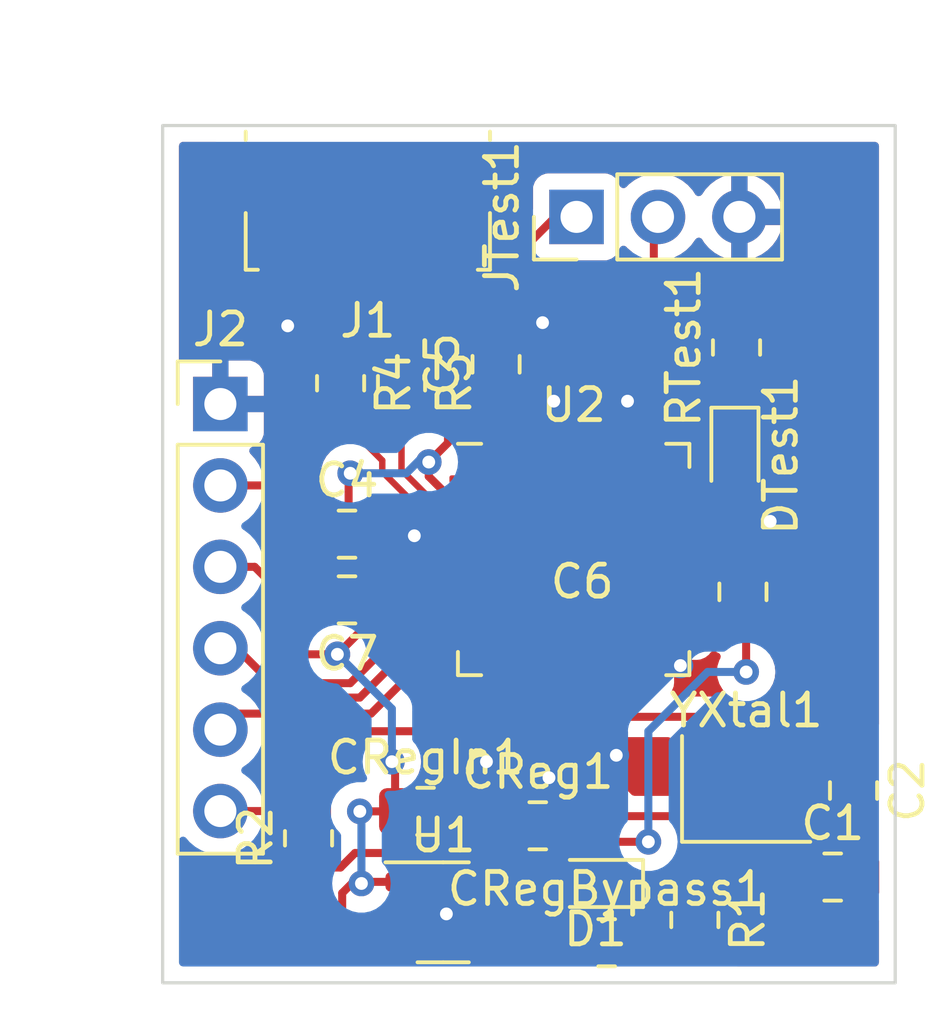
<source format=kicad_pcb>
(kicad_pcb (version 20211014) (generator pcbnew)
  (layers (0 "F.Cu" signal) (31 "B.Cu" signal) (34 "B.Paste" user) (35 "F.Paste" user) (36 "B.SilkS" user "B.Silkscreen") (37 "F.SilkS" user "F.Silkscreen") (38 "B.Mask" user) (39 "F.Mask" user) (44 "Edge.Cuts" user))
  (net 0 "")
  (net 1 "Net-(C4-Pad2)")
  (net 2 "AVcc")
  (net 3 "5V")
  (net 4 "Net-(CRegBypass1-Pad1)")
  (net 5 "Net-(D1-Pad1)")
  (net 6 "Net-(DTest1-Pad1)")
  (net 7 "PB0")
  (net 8 "Net-(J1-Pad2)")
  (net 9 "Net-(J1-Pad3)")
  (net 10 "SCK")
  (net 11 "MISO")
  (net 12 "MOSI")
  (net 13 "~{Reset}")
  (net 14 "D-")
  (net 15 "D+")
  (net 16 "PE6")
  (net 17 "PB7")
  (net 18 "XTAL2")
  (net 19 "XTAL1")
  (net 20 "PD0")
  (net 21 "PD1")
  (net 22 "PD2")
  (net 23 "PD3")
  (net 24 "PD5")
  (net 25 "PD4")
  (net 26 "PD6")
  (net 27 "PD7")
  (net 28 "PB4")
  (net 29 "PB5")
  (net 30 "PB6")
  (net 31 "PC6")
  (net 32 "PC7")
  (net 33 "PE2")
  (net 35 "PF6")
  (net 36 "PF5")
  (net 37 "PF4")
  (net 38 "PF1")
  (net 39 "PF0")
  (net 41 "GND")
  (footprint "Capacitor_SMD:C_0805_2012Metric" (layer "F.Cu") (at 30.7 31.65 -90)
    (fp_text reference "C2" (at 0 -1.68 90) (layer "F.SilkS"))
    (fp_text value "22p")
    (fp_line (start -0.261252 -0.735) (end 0.261252 -0.735) (layer "F.SilkS") (width 0.12))
    (fp_line (start -0.261252 0.735) (end 0.261252 0.735) (layer "F.SilkS") (width 0.12))
    (pad "1" smd roundrect (at -0.95 0 270) (size 1 1.45) (layers "F.Cu" "F.Paste" "F.Mask") (net 19 "XTAL1"))
    (pad "2" smd roundrect (at 0.95 0 270) (size 1 1.45) (layers "F.Cu" "F.Paste" "F.Mask") (net 41 "GND"))
  )
  (footprint "Capacitor_SMD:C_0805_2012Metric" (layer "F.Cu") (at 14.9 25.7 180)
    (fp_text reference "C7" (at 0 -1.68) (layer "F.SilkS"))
    (fp_text value "10u")
    (fp_line (start -0.261252 0.735) (end 0.261252 0.735) (layer "F.SilkS") (width 0.12))
    (fp_line (start -0.261252 -0.735) (end 0.261252 -0.735) (layer "F.SilkS") (width 0.12))
    (pad "1" smd roundrect (at -0.95 0 180) (size 1 1.45) (layers "F.Cu" "F.Paste" "F.Mask") (net 3 "5V"))
    (pad "2" smd roundrect (at 0.95 0 180) (size 1 1.45) (layers "F.Cu" "F.Paste" "F.Mask") (net 41 "GND"))
  )
  (footprint "Resistor_SMD:R_0805_2012Metric" (layer "F.Cu") (at 14.7 18.94 -90)
    (fp_text reference "R4" (at 0 -1.65 90) (layer "F.SilkS"))
    (fp_text value "22 Ohm  5%")
    (fp_line (start -0.227064 -0.735) (end 0.227064 -0.735) (layer "F.SilkS") (width 0.12))
    (fp_line (start -0.227064 0.735) (end 0.227064 0.735) (layer "F.SilkS") (width 0.12))
    (pad "1" smd roundrect (at -0.9125 0 270) (size 1.025 1.4) (layers "F.Cu" "F.Paste" "F.Mask") (roundrect_rratio 0.243902439) (net 9 "Net-(J1-Pad3)"))
    (pad "2" smd roundrect (at 0.9125 0 270) (size 1.025 1.4) (layers "F.Cu" "F.Paste" "F.Mask") (roundrect_rratio 0.243902439) (net 15 "D+"))
  )
  (footprint "Capacitor_SMD:C_0805_2012Metric" (layer "F.Cu") (at 27.25 25.45 90)
    (fp_text reference "C6" (at 0.32 -5.0125) (layer "F.SilkS"))
    (fp_text value "1u")
    (fp_line (start -0.261252 0.735) (end 0.261252 0.735) (layer "F.SilkS") (width 0.12))
    (fp_line (start -0.261252 -0.735) (end 0.261252 -0.735) (layer "F.SilkS") (width 0.12))
    (pad "1" smd roundrect (at -0.95 0 90) (size 1 1.45) (layers "F.Cu" "F.Paste" "F.Mask") (net 2 "AVcc"))
    (pad "2" smd roundrect (at 0.95 0 90) (size 1 1.45) (layers "F.Cu" "F.Paste" "F.Mask") (net 41 "GND"))
  )
  (footprint "Capacitor_SMD:C_0805_2012Metric" (layer "F.Cu") (at 20.85 32.75)
    (fp_text reference "CReg1" (at 0 -1.68) (layer "F.SilkS"))
    (fp_text value "1u")
    (fp_line (start -0.261252 -0.735) (end 0.261252 -0.735) (layer "F.SilkS") (width 0.12))
    (fp_line (start -0.261252 0.735) (end 0.261252 0.735) (layer "F.SilkS") (width 0.12))
    (pad "1" smd roundrect (at -0.95 0) (size 1 1.45) (layers "F.Cu" "F.Paste" "F.Mask") (net 2 "AVcc"))
    (pad "2" smd roundrect (at 0.95 0) (size 1 1.45) (layers "F.Cu" "F.Paste" "F.Mask") (net 41 "GND"))
  )
  (footprint "Resistor_SMD:R_0805_2012Metric" (layer "F.Cu") (at 27.05 17.825 90)
    (fp_text reference "RTest1" (at 0 -1.65 90) (layer "F.SilkS"))
    (fp_text value "47")
    (fp_line (start -0.227064 0.735) (end 0.227064 0.735) (layer "F.SilkS") (width 0.12))
    (fp_line (start -0.227064 -0.735) (end 0.227064 -0.735) (layer "F.SilkS") (width 0.12))
    (pad "1" smd roundrect (at -0.9125 0 90) (size 1.025 1.4) (layers "F.Cu" "F.Paste" "F.Mask") (roundrect_rratio 0.243902439) (net 6 "Net-(DTest1-Pad1)"))
    (pad "2" smd roundrect (at 0.9125 0 90) (size 1.025 1.4) (layers "F.Cu" "F.Paste" "F.Mask") (roundrect_rratio 0.243902439) (net 41 "GND"))
  )
  (footprint "Resistor_SMD:R_0805_2012Metric" (layer "F.Cu") (at 13.7 33.14 90)
    (fp_text reference "R2" (at 0 -1.65 90) (layer "F.SilkS"))
    (fp_text value "10k")
    (fp_line (start -0.227064 -0.735) (end 0.227064 -0.735) (layer "F.SilkS") (width 0.12))
    (fp_line (start -0.227064 0.735) (end 0.227064 0.735) (layer "F.SilkS") (width 0.12))
    (pad "1" smd roundrect (at -0.9125 0 90) (size 1.025 1.4) (layers "F.Cu" "F.Paste" "F.Mask") (roundrect_rratio 0.243902439) (net 2 "AVcc"))
    (pad "2" smd roundrect (at 0.9125 0 90) (size 1.025 1.4) (layers "F.Cu" "F.Paste" "F.Mask") (roundrect_rratio 0.243902439) (net 13 "~{Reset}"))
  )
  (footprint "Connector_PinHeader_2.54mm:PinHeader_1x03_P2.54mm_Vertical" (layer "F.Cu") (at 22.06 13.75 90)
    (fp_text reference "JTest1" (at 0 -2.33 90) (layer "F.SilkS"))
    (fp_text value "Conn_01x03_Male")
    (fp_line (start -1.33 1.27) (end 1.33 1.27) (layer "F.SilkS") (width 0.12))
    (fp_line (start 1.33 1.27) (end 1.33 6.41) (layer "F.SilkS") (width 0.12))
    (fp_line (start -1.33 0) (end -1.33 -1.33) (layer "F.SilkS") (width 0.12))
    (fp_line (start -1.33 6.41) (end 1.33 6.41) (layer "F.SilkS") (width 0.12))
    (fp_line (start -1.33 -1.33) (end 0 -1.33) (layer "F.SilkS") (width 0.12))
    (fp_line (start -1.33 1.27) (end -1.33 6.41) (layer "F.SilkS") (width 0.12))
    (pad "1" thru_hole rect (at 0 0 90) (size 1.7 1.7) (drill 1) (layers *.Cu *.Mask) (net 3 "5V"))
    (pad "2" thru_hole oval (at 0 2.54 90) (size 1.7 1.7) (drill 1) (layers *.Cu *.Mask) (net 2 "AVcc"))
    (pad "3" thru_hole oval (at 0 5.08 90) (size 1.7 1.7) (drill 1) (layers *.Cu *.Mask) (net 41 "GND"))
  )
  (footprint "Capacitor_SMD:C_0805_2012Metric" (layer "F.Cu") (at 30.05 34.35)
    (fp_text reference "C1" (at 0 -1.68) (layer "F.SilkS"))
    (fp_text value "22p")
    (fp_line (start -0.261252 0.735) (end 0.261252 0.735) (layer "F.SilkS") (width 0.12))
    (fp_line (start -0.261252 -0.735) (end 0.261252 -0.735) (layer "F.SilkS") (width 0.12))
    (pad "1" smd roundrect (at -0.95 0) (size 1 1.45) (layers "F.Cu" "F.Paste" "F.Mask") (net 18 "XTAL2"))
    (pad "2" smd roundrect (at 0.95 0) (size 1 1.45) (layers "F.Cu" "F.Paste" "F.Mask") (net 41 "GND"))
  )
  (footprint "Capacitor_SMD:C_0805_2012Metric" (layer "F.Cu") (at 23 36.4)
    (fp_text reference "CRegBypass1" (at 0 -1.68) (layer "F.SilkS"))
    (fp_text value "10n")
    (fp_line (start -0.261252 0.735) (end 0.261252 0.735) (layer "F.SilkS") (width 0.12))
    (fp_line (start -0.261252 -0.735) (end 0.261252 -0.735) (layer "F.SilkS") (width 0.12))
    (pad "1" smd roundrect (at -0.95 0) (size 1 1.45) (layers "F.Cu" "F.Paste" "F.Mask") (net 4 "Net-(CRegBypass1-Pad1)"))
    (pad "2" smd roundrect (at 0.95 0) (size 1 1.45) (layers "F.Cu" "F.Paste" "F.Mask") (net 41 "GND"))
  )
  (footprint "LED_SMD:LED_0603_1608Metric" (layer "F.Cu") (at 22.65 34.55 180)
    (fp_text reference "D1" (at 0 -1.43) (layer "F.SilkS"))
    (fp_text value "LED")
    (fp_line (start -1.485 0.735) (end 0.8 0.735) (layer "F.SilkS") (width 0.12))
    (fp_line (start -1.485 -0.735) (end -1.485 0.735) (layer "F.SilkS") (width 0.12))
    (fp_line (start 0.8 -0.735) (end -1.485 -0.735) (layer "F.SilkS") (width 0.12))
    (pad "1" smd roundrect (at -0.7875 0 180) (size 0.875 0.95) (layers "F.Cu" "F.Paste" "F.Mask") (net 5 "Net-(D1-Pad1)"))
    (pad "2" smd roundrect (at 0.7875 0 180) (size 0.875 0.95) (layers "F.Cu" "F.Paste" "F.Mask") (net 2 "AVcc"))
  )
  (footprint "Capacitor_SMD:C_0805_2012Metric" (layer "F.Cu") (at 19.55 18.35 90)
    (fp_text reference "C5" (at 0 -1.68 90) (layer "F.SilkS"))
    (fp_text value "1u")
    (fp_line (start -0.261252 -0.735) (end 0.261252 -0.735) (layer "F.SilkS") (width 0.12))
    (fp_line (start -0.261252 0.735) (end 0.261252 0.735) (layer "F.SilkS") (width 0.12))
    (pad "1" smd roundrect (at -0.95 0 90) (size 1 1.45) (layers "F.Cu" "F.Paste" "F.Mask") (net 2 "AVcc"))
    (pad "2" smd roundrect (at 0.95 0 90) (size 1 1.45) (layers "F.Cu" "F.Paste" "F.Mask") (net 41 "GND"))
  )
  (footprint "Resistor_SMD:R_0805_2012Metric" (layer "F.Cu") (at 25.75 35.6875 -90)
    (fp_text reference "R1" (at 0 -1.65 90) (layer "F.SilkS"))
    (fp_text value "47")
    (fp_line (start -0.227064 -0.735) (end 0.227064 -0.735) (layer "F.SilkS") (width 0.12))
    (fp_line (start -0.227064 0.735) (end 0.227064 0.735) (layer "F.SilkS") (width 0.12))
    (pad "1" smd roundrect (at -0.9125 0 270) (size 1.025 1.4) (layers "F.Cu" "F.Paste" "F.Mask") (roundrect_rratio 0.243902439) (net 5 "Net-(D1-Pad1)"))
    (pad "2" smd roundrect (at 0.9125 0 270) (size 1.025 1.4) (layers "F.Cu" "F.Paste" "F.Mask") (roundrect_rratio 0.243902439) (net 41 "GND"))
  )
  (footprint "Connector_PinHeader_2.54mm:PinHeader_1x06_P2.54mm_Vertical" (layer "F.Cu") (at 10.95 19.59)
    (fp_text reference "J2" (at 0 -2.33) (layer "F.SilkS"))
    (fp_text value "Conn_01x06")
    (fp_line (start -1.33 1.27) (end 1.33 1.27) (layer "F.SilkS") (width 0.12))
    (fp_line (start -1.33 -1.33) (end 0 -1.33) (layer "F.SilkS") (width 0.12))
    (fp_line (start -1.33 1.27) (end -1.33 14.03) (layer "F.SilkS") (width 0.12))
    (fp_line (start -1.33 14.03) (end 1.33 14.03) (layer "F.SilkS") (width 0.12))
    (fp_line (start -1.33 0) (end -1.33 -1.33) (layer "F.SilkS") (width 0.12))
    (fp_line (start 1.33 1.27) (end 1.33 14.03) (layer "F.SilkS") (width 0.12))
    (pad "1" thru_hole rect (at 0 0) (size 1.7 1.7) (drill 1) (layers *.Cu *.Mask) (net 41 "GND"))
    (pad "2" thru_hole oval (at 0 2.54) (size 1.7 1.7) (drill 1) (layers *.Cu *.Mask) (net 3 "5V"))
    (pad "3" thru_hole oval (at 0 5.08) (size 1.7 1.7) (drill 1) (layers *.Cu *.Mask) (net 10 "SCK"))
    (pad "4" thru_hole oval (at 0 7.62) (size 1.7 1.7) (drill 1) (layers *.Cu *.Mask) (net 12 "MOSI"))
    (pad "5" thru_hole oval (at 0 10.16) (size 1.7 1.7) (drill 1) (layers *.Cu *.Mask) (net 11 "MISO"))
    (pad "6" thru_hole oval (at 0 12.7) (size 1.7 1.7) (drill 1) (layers *.Cu *.Mask) (net 13 "~{Reset}"))
  )
  (footprint "Capacitor_SMD:C_0805_2012Metric" (layer "F.Cu") (at 17.35 32.3)
    (fp_text reference "CRegIn1" (at 0 -1.68) (layer "F.SilkS"))
    (fp_text value "1u")
    (fp_line (start -0.261252 -0.735) (end 0.261252 -0.735) (layer "F.SilkS") (width 0.12))
    (fp_line (start -0.261252 0.735) (end 0.261252 0.735) (layer "F.SilkS") (width 0.12))
    (pad "1" smd roundrect (at -0.95 0) (size 1 1.45) (layers "F.Cu" "F.Paste" "F.Mask") (net 3 "5V"))
    (pad "2" smd roundrect (at 0.95 0) (size 1 1.45) (layers "F.Cu" "F.Paste" "F.Mask") (net 41 "GND"))
  )
  (footprint "Package_TO_SOT_SMD:SOT-23-5" (layer "F.Cu") (at 17.9 35.45)
    (fp_text reference "U1" (at 0 -2.4) (layer "F.SilkS"))
    (fp_text value "LP2985-3.3")
    (fp_line (start 0 1.56) (end -0.8 1.56) (layer "F.SilkS") (width 0.12))
    (fp_line (start 0 -1.56) (end 0.8 -1.56) (layer "F.SilkS") (width 0.12))
    (fp_line (start 0 1.56) (end 0.8 1.56) (layer "F.SilkS") (width 0.12))
    (fp_line (start 0 -1.56) (end -1.8 -1.56) (layer "F.SilkS") (width 0.12))
    (pad "1" smd roundrect (at -1.1375 -0.95) (size 1.325 0.6) (layers "F.Cu" "F.Paste" "F.Mask") (net 3 "5V"))
    (pad "2" smd roundrect (at -1.1375 0) (size 1.325 0.6) (layers "F.Cu" "F.Paste" "F.Mask") (net 41 "GND"))
    (pad "3" smd roundrect (at -1.1375 0.95) (size 1.325 0.6) (layers "F.Cu" "F.Paste" "F.Mask") (net 3 "5V"))
    (pad "4" smd roundrect (at 1.1375 0.95) (size 1.325 0.6) (layers "F.Cu" "F.Paste" "F.Mask") (net 4 "Net-(CRegBypass1-Pad1)"))
    (pad "5" smd roundrect (at 1.1375 -0.95) (size 1.325 0.6) (layers "F.Cu" "F.Paste" "F.Mask") (net 2 "AVcc"))
  )
  (footprint "Resistor_SMD:R_0805_2012Metric" (layer "F.Cu") (at 16.6 18.94 -90)
    (fp_text reference "R3" (at 0 -1.65 90) (layer "F.SilkS"))
    (fp_text value "22 ohm 5%")
    (fp_line (start -0.227064 -0.735) (end 0.227064 -0.735) (layer "F.SilkS") (width 0.12))
    (fp_line (start -0.227064 0.735) (end 0.227064 0.735) (layer "F.SilkS") (width 0.12))
    (pad "1" smd roundrect (at -0.9125 0 270) (size 1.025 1.4) (layers "F.Cu" "F.Paste" "F.Mask") (roundrect_rratio 0.243902439) (net 8 "Net-(J1-Pad2)"))
    (pad "2" smd roundrect (at 0.9125 0 270) (size 1.025 1.4) (layers "F.Cu" "F.Paste" "F.Mask") (roundrect_rratio 0.243902439) (net 14 "D-"))
  )
  (footprint "Package_DFN_QFN:QFN-44-1EP_7x7mm_P0.5mm_EP5.2x5.2mm" (layer "F.Cu") (at 21.97 24.44)
    (fp_text reference "U2" (at 0 -4.82) (layer "F.SilkS"))
    (fp_text value "atmega32u4_mu")
    (fp_line (start 3.61 3.61) (end 3.61 2.885) (layer "F.SilkS") (width 0.12))
    (fp_line (start 3.61 -3.61) (end 3.61 -2.885) (layer "F.SilkS") (width 0.12))
    (fp_line (start -3.61 3.61) (end -3.61 2.885) (layer "F.SilkS") (width 0.12))
    (fp_line (start 2.885 3.61) (end 3.61 3.61) (layer "F.SilkS") (width 0.12))
    (fp_line (start -2.885 3.61) (end -3.61 3.61) (layer "F.SilkS") (width 0.12))
    (fp_line (start -2.885 -3.61) (end -3.61 -3.61) (layer "F.SilkS") (width 0.12))
    (fp_line (start 2.885 -3.61) (end 3.61 -3.61) (layer "F.SilkS") (width 0.12))
    (pad "1" smd roundrect (at -3.3375 -2.5) (size 1.075 0.25) (layers "F.Cu" "F.Paste" "F.Mask") (net 16 "PE6"))
    (pad "2" smd roundrect (at -3.3375 -2) (size 1.075 0.25) (layers "F.Cu" "F.Paste" "F.Mask") (net 3 "5V"))
    (pad "3" smd roundrect (at -3.3375 -1.5) (size 1.075 0.25) (layers "F.Cu" "F.Paste" "F.Mask") (net 14 "D-"))
    (pad "4" smd roundrect (at -3.3375 -1) (size 1.075 0.25) (layers "F.Cu" "F.Paste" "F.Mask") (net 15 "D+"))
    (pad "5" smd roundrect (at -3.3375 -0.5) (size 1.075 0.25) (layers "F.Cu" "F.Paste" "F.Mask") (net 41 "GND"))
    (pad "6" smd roundrect (at -3.3375 0) (size 1.075 0.25) (layers "F.Cu" "F.Paste" "F.Mask") (net 1 "Net-(C4-Pad2)"))
    (pad "7" smd roundrect (at -3.3375 0.5) (size 1.075 0.25) (layers "F.Cu" "F.Paste" "F.Mask") (net 3 "5V"))
    (pad "8" smd roundrect (at -3.3375 1) (size 1.075 0.25) (layers "F.Cu" "F.Paste" "F.Mask") (net 7 "PB0"))
    (pad "9" smd roundrect (at -3.3375 1.5) (size 1.075 0.25) (layers "F.Cu" "F.Paste" "F.Mask") (net 10 "SCK"))
    (pad "10" smd roundrect (at -3.3375 2) (size 1.075 0.25) (layers "F.Cu" "F.Paste" "F.Mask") (net 12 "MOSI"))
    (pad "11" smd roundrect (at -3.3375 2.5) (size 1.075 0.25) (layers "F.Cu" "F.Paste" "F.Mask") (net 11 "MISO"))
    (pad "12" smd roundrect (at -2.5 3.3375) (size 0.25 1.075) (layers "F.Cu" "F.Paste" "F.Mask") (net 17 "PB7"))
    (pad "13" smd roundrect (at -2 3.3375) (size 0.25 1.075) (layers "F.Cu" "F.Paste" "F.Mask") (net 13 "~{Reset}"))
    (pad "14" smd roundrect (at -1.5 3.3375) (size 0.25 1.075) (layers "F.Cu" "F.Paste" "F.Mask") (net 2 "AVcc"))
    (pad "15" smd roundrect (at -1 3.3375) (size 0.25 1.075) (layers "F.Cu" "F.Paste" "F.Mask") (net 41 "GND"))
    (pad "16" smd roundrect (at -0.5 3.3375) (size 0.25 1.075) (layers "F.Cu" "F.Paste" "F.Mask") (net 18 "XTAL2"))
    (pad "17" smd roundrect (at 0 3.3375) (size 0.25 1.075) (layers "F.Cu" "F.Paste" "F.Mask") (net 19 "XTAL1"))
    (pad "18" smd roundrect (at 0.5 3.3375) (size 0.25 1.075) (layers "F.Cu" "F.Paste" "F.Mask") (net 20 "PD0"))
    (pad "19" smd roundrect (at 1 3.3375) (size 0.25 1.075) (layers "F.Cu" "F.Paste" "F.Mask") (net 21 "PD1"))
    (pad "20" smd roundrect (at 1.5 3.3375) (size 0.25 1.075) (layers "F.Cu" "F.Paste" "F.Mask") (net 22 "PD2"))
    (pad "21" smd roundrect (at 2 3.3375) (size 0.25 1.075) (layers "F.Cu" "F.Paste" "F.Mask") (net 23 "PD3"))
    (pad "22" smd roundrect (at 2.5 3.3375) (size 0.25 1.075) (layers "F.Cu" "F.Paste" "F.Mask") (net 24 "PD5"))
    (pad "23" smd roundrect (at 3.3375 2.5) (size 1.075 0.25) (layers "F.Cu" "F.Paste" "F.Mask") (net 41 "GND"))
    (pad "24" smd roundrect (at 3.3375 2) (size 1.075 0.25) (layers "F.Cu" "F.Paste" "F.Mask") (net 2 "AVcc"))
    (pad "25" smd roundrect (at 3.3375 1.5) (size 1.075 0.25) (layers "F.Cu" "F.Paste" "F.Mask") (net 25 "PD4"))
    (pad "26" smd roundrect (at 3.3375 1) (size 1.075 0.25) (layers "F.Cu" "F.Paste" "F.Mask") (net 26 "PD6"))
    (pad "27" smd roundrect (at 3.3375 0.5) (size 1.075 0.25) (layers "F.Cu" "F.Paste" "F.Mask") (net 27 "PD7"))
    (pad "28" smd roundrect (at 3.3375 0) (size 1.075 0.25) (layers "F.Cu" "F.Paste" "F.Mask") (net 28 "PB4"))
    (pad "29" smd roundrect (at 3.3375 -0.5) (size 1.075 0.25) (layers "F.Cu" "F.Paste" "F.Mask") (net 29 "PB5"))
    (pad "30" smd roundrect (at 3.3375 -1) (size 1.075 0.25) (layers "F.Cu" "F.Paste" "F.Mask") (net 30 "PB6"))
    (pad "31" smd roundrect (at 3.3375 -1.5) (size 1.075 0.25) (layers "F.Cu" "F.Paste" "F.Mask") (net 31 "PC6"))
    (pad "32" smd roundrect (at 3.3375 -2) (size 1.075 0.25) (layers "F.Cu" "F.Paste" "F.Mask") (net 32 "PC7"))
    (pad "33" smd roundrect (at 3.3375 -2.5) (size 1.075 0.25) (layers "F.Cu" "F.Paste" "F.Mask") (net 33 "PE2"))
    (pad "34" smd roundrect (at 2.5 -3.3375) (size 0.25 1.075) (layers "F.Cu" "F.Paste" "F.Mask") (net 2 "AVcc"))
    (pad "35" smd roundrect (at 2 -3.3375) (size 0.25 1.075) (layers "F.Cu" "F.Paste" "F.Mask") (net 41 "GND"))
    (pad "36" smd roundrect (at 1.5 -3.3375) (size 0.25 1.075) (layers "F.Cu" "F.Paste" "F.Mask"))
    (pad "37" smd roundrect (at 1 -3.3375) (size 0.25 1.075) (layers "F.Cu" "F.Paste" "F.Mask") (net 35 "PF6"))
    (pad "38" smd roundrect (at 0.5 -3.3375) (size 0.25 1.075) (layers "F.Cu" "F.Paste" "F.Mask") (net 36 "PF5"))
    (pad "39" smd roundrect (at 0 -3.3375) (size 0.25 1.075) (layers "F.Cu" "F.Paste" "F.Mask") (net 37 "PF4"))
    (pad "40" smd roundrect (at -0.5 -3.3375) (size 0.25 1.075) (layers "F.Cu" "F.Paste" "F.Mask") (net 38 "PF1"))
    (pad "41" smd roundrect (at -1 -3.3375) (size 0.25 1.075) (layers "F.Cu" "F.Paste" "F.Mask") (net 39 "PF0"))
    (pad "42" smd roundrect (at -1.5 -3.3375) (size 0.25 1.075) (layers "F.Cu" "F.Paste" "F.Mask"))
    (pad "43" smd roundrect (at -2 -3.3375) (size 0.25 1.075) (layers "F.Cu" "F.Paste" "F.Mask") (net 41 "GND"))
    (pad "44" smd roundrect (at -2.5 -3.3375) (size 0.25 1.075) (layers "F.Cu" "F.Paste" "F.Mask") (net 2 "AVcc"))
    (pad "45" smd rect (at 0 0) (size 5.2 5.2) (layers "F.Cu" "F.Mask"))
  )
  (footprint "Connector_USB:USB_Micro-B_Molex_47346-0001" (layer "F.Cu") (at 15.55 13.69 180)
    (fp_text reference "J1" (at 0 -3.3) (layer "F.SilkS"))
    (fp_text value "USB_A")
    (fp_line (start 3.81 -1.71) (end 3.81 0.06) (layer "F.SilkS") (width 0.12))
    (fp_line (start -3.81 -1.71) (end -3.43 -1.71) (layer "F.SilkS") (width 0.12))
    (fp_line (start 3.81 2.34) (end 3.81 2.6) (layer "F.SilkS") (width 0.12))
    (fp_line (start -3.81 2.6) (end -3.81 2.34) (layer "F.SilkS") (width 0.12))
    (fp_line (start -3.81 0.06) (end -3.81 -1.71) (layer "F.SilkS") (width 0.12))
    (fp_line (start 3.81 -1.71) (end 3.43 -1.71) (layer "F.SilkS") (width 0.12))
    (pad "1" smd rect (at -1.3 -1.46 180) (size 0.45 1.38) (layers "F.Cu" "F.Paste" "F.Mask") (net 3 "5V"))
    (pad "2" smd rect (at -0.65 -1.46 180) (size 0.45 1.38) (layers "F.Cu" "F.Paste" "F.Mask") (net 8 "Net-(J1-Pad2)"))
    (pad "3" smd rect (at 0 -1.46 180) (size 0.45 1.38) (layers "F.Cu" "F.Paste" "F.Mask") (net 9 "Net-(J1-Pad3)"))
    (pad "4" smd rect (at 0.65 -1.46 180) (size 0.45 1.38) (layers "F.Cu" "F.Paste" "F.Mask") (net 41 "GND"))
    (pad "5" smd rect (at 1.3 -1.46 180) (size 0.45 1.38) (layers "F.Cu" "F.Paste" "F.Mask") (net 41 "GND"))
    (pad "6" smd rect (at 2.4875 -1.375 180) (size 1.425 1.55) (layers "F.Cu" "F.Paste" "F.Mask"))
    (pad "6" smd rect (at -3.375 1.2 180) (size 1.65 1.3) (layers "F.Cu" "F.Paste" "F.Mask"))
    (pad "6" smd rect (at -2.4875 -1.375 180) (size 1.425 1.55) (layers "F.Cu" "F.Paste" "F.Mask"))
    (pad "6" smd rect (at 3.375 1.2 180) (size 1.65 1.3) (layers "F.Cu" "F.Paste" "F.Mask"))
    (pad "6" smd rect (at 1.55 1.2 180) (size 1 1.9) (layers "F.Cu" "F.Paste" "F.Mask"))
    (pad "6" smd rect (at -1.15 1.2 180) (size 1.8 1.9) (layers "F.Cu" "F.Paste" "F.Mask"))
  )
  (footprint "LED_SMD:LED_0603_1608Metric" (layer "F.Cu") (at 27 21.1875 -90)
    (fp_text reference "DTest1" (at 0 -1.43 90) (layer "F.SilkS"))
    (fp_text value "LED")
    (fp_line (start 0.8 -0.735) (end -1.485 -0.735) (layer "F.SilkS") (width 0.12))
    (fp_line (start -1.485 -0.735) (end -1.485 0.735) (layer "F.SilkS") (width 0.12))
    (fp_line (start -1.485 0.735) (end 0.8 0.735) (layer "F.SilkS") (width 0.12))
    (pad "1" smd roundrect (at -0.7875 0 270) (size 0.875 0.95) (layers "F.Cu" "F.Paste" "F.Mask") (net 6 "Net-(DTest1-Pad1)"))
    (pad "2" smd roundrect (at 0.7875 0 270) (size 0.875 0.95) (layers "F.Cu" "F.Paste" "F.Mask") (net 33 "PE2"))
  )
  (footprint "Capacitor_SMD:C_0805_2012Metric" (layer "F.Cu") (at 14.9 23.65)
    (fp_text reference "C4" (at 0 -1.68) (layer "F.SilkS"))
    (fp_text value "1u 10%")
    (fp_line (start -0.261252 0.735) (end 0.261252 0.735) (layer "F.SilkS") (width 0.12))
    (fp_line (start -0.261252 -0.735) (end 0.261252 -0.735) (layer "F.SilkS") (width 0.12))
    (pad "1" smd roundrect (at -0.95 0) (size 1 1.45) (layers "F.Cu" "F.Paste" "F.Mask") (net 41 "GND"))
    (pad "2" smd roundrect (at 0.95 0) (size 1 1.45) (layers "F.Cu" "F.Paste" "F.Mask") (net 1 "Net-(C4-Pad2)"))
  )
  (footprint "Crystal:Crystal_SMD_3225-4Pin_3.2x2.5mm" (layer "F.Cu") (at 27.35 31.6)
    (fp_text reference "YXtal1" (at 0 -2.45) (layer "F.SilkS"))
    (fp_text value "Crystal_GND24")
    (fp_line (start -2 1.65) (end 2 1.65) (layer "F.SilkS") (width 0.12))
    (fp_line (start -2 -1.65) (end -2 1.65) (layer "F.SilkS") (width 0.12))
    (pad "1" smd rect (at -1.1 0.85) (size 1.4 1.2) (layers "F.Cu" "F.Paste" "F.Mask") (net 18 "XTAL2"))
    (pad "2" smd rect (at 1.1 0.85) (size 1.4 1.2) (layers "F.Cu" "F.Paste" "F.Mask") (net 41 "GND"))
    (pad "3" smd rect (at 1.1 -0.85) (size 1.4 1.2) (layers "F.Cu" "F.Paste" "F.Mask") (net 19 "XTAL1"))
    (pad "4" smd rect (at -1.1 -0.85) (size 1.4 1.2) (layers "F.Cu" "F.Paste" "F.Mask") (net 41 "GND"))
  )
  (gr_rect (start 9.15 10.9) (end 32 37.65) (layer "Edge.Cuts") (width 0.1) (fill none))
  (segment (start 16.54 24.44) (end 18.6325 24.44) (width 0.25) (layer "F.Cu") (net 1))
  (segment (start 15.85 23.75) (end 16.54 24.44) (width 0.25) (layer "F.Cu") (net 1))
  (segment (start 28.6 26.4) (end 29.2 25.8) (width 0.25) (layer "F.Cu") (net 2))
  (segment (start 29.2 18.5) (end 28.52 17.82) (width 0.25) (layer "F.Cu") (net 2))
  (segment (start 19.47 21.1025) (end 19.47 19.38) (width 0.25) (layer "F.Cu") (net 2))
  (segment (start 13.7 34.0525) (end 14.6975 34.0525) (width 0.25) (layer "F.Cu") (net 2))
  (segment (start 19.0375 33.7125) (end 19.9 32.85) (width 0.25) (layer "F.Cu") (net 2))
  (segment (start 22 34.55) (end 23.25 33.3) (width 0.25) (layer "F.Cu") (net 2))
  (segment (start 19.0375 34.5) (end 19.0375 33.7125) (width 0.25) (layer "F.Cu") (net 2))
  (segment (start 21.18 18.12) (end 24.47 18.12) (width 0.25) (layer "F.Cu") (net 2))
  (segment (start 19.47 19.38) (end 19.55 19.3) (width 0.25) (layer "F.Cu") (net 2))
  (segment (start 25.3075 26.44) (end 27.36 26.44) (width 0.25) (layer "F.Cu") (net 2))
  (segment (start 28.52 17.82) (end 24.47 17.82) (width 0.25) (layer "F.Cu") (net 2))
  (segment (start 27.35 27.95) (end 27.35 26.5) (width 0.25) (layer "F.Cu") (net 2))
  (segment (start 20 19.3) (end 21.18 18.12) (width 0.25) (layer "F.Cu") (net 2))
  (segment (start 20.47 27.7775) (end 20.47 32.28) (width 0.25) (layer "F.Cu") (net 2))
  (segment (start 18.925 33.6) (end 19.0375 33.7125) (width 0.25) (layer "F.Cu") (net 2))
  (segment (start 19.55 19.3) (end 20 19.3) (width 0.25) (layer "F.Cu") (net 2))
  (segment (start 27.36 26.44) (end 27.7 26.1) (width 0.25) (layer "F.Cu") (net 2))
  (segment (start 23.25 33.3) (end 23.3 33.25) (width 0.25) (layer "F.Cu") (net 2))
  (segment (start 24.47 18.12) (end 24.47 17.82) (width 0.25) (layer "F.Cu") (net 2))
  (segment (start 20.47 32.28) (end 19.9 32.85) (width 0.25) (layer "F.Cu") (net 2))
  (segment (start 19.0875 34.55) (end 20.6 34.55) (width 0.25) (layer "F.Cu") (net 2))
  (segment (start 29.2 25.8) (end 29.2 18.5) (width 0.25) (layer "F.Cu") (net 2))
  (segment (start 27.35 26.5) (end 27.25 26.4) (width 0.25) (layer "F.Cu") (net 2))
  (segment (start 20.6 34.55) (end 21.8625 34.55) (width 0.25) (layer "F.Cu") (net 2))
  (segment (start 21.8625 34.55) (end 22 34.55) (width 0.25) (layer "F.Cu") (net 2))
  (segment (start 15.15 33.6) (end 18.925 33.6) (width 0.25) (layer "F.Cu") (net 2))
  (segment (start 27.25 26.4) (end 28.6 26.4) (width 0.25) (layer "F.Cu") (net 2))
  (segment (start 14.6975 34.0525) (end 15.15 33.6) (width 0.25) (layer "F.Cu") (net 2))
  (segment (start 19.0375 34.5) (end 19.0875 34.55) (width 0.25) (layer "F.Cu") (net 2))
  (segment (start 24.47 21.1025) (end 24.47 18.12) (width 0.25) (layer "F.Cu") (net 2))
  (segment (start 24.47 13.88) (end 24.6 13.75) (width 0.25) (layer "F.Cu") (net 2))
  (segment (start 24.47 17.82) (end 24.47 13.88) (width 0.25) (layer "F.Cu") (net 2))
  (segment (start 23.3 33.25) (end 24.3 33.25) (width 0.25) (layer "F.Cu") (net 2))
  (via (at 27.35 27.95) (size 0.8) (drill 0.4) (layers "F.Cu" "B.Cu") (net 2))
  (via (at 24.3 33.25) (size 0.8) (drill 0.4) (layers "F.Cu" "B.Cu") (net 2))
  (segment (start 24.3 29.8) (end 26.15 27.95) (width 0.25) (layer "B.Cu") (net 2))
  (segment (start 24.3 33.25) (end 24.3 29.8) (width 0.25) (layer "B.Cu") (net 2))
  (segment (start 26.15 27.95) (end 27.35 27.95) (width 0.25) (layer "B.Cu") (net 2))
  (segment (start 12.95 22.7) (end 12.38 22.13) (width 0.25) (layer "F.Cu") (net 3))
  (segment (start 15.1 24.8) (end 14.95 24.65) (width 0.25) (layer "F.Cu") (net 3))
  (segment (start 22.06 13.75) (end 21.4 13.75) (width 0.25) (layer "F.Cu") (net 3))
  (segment (start 15.85 26.15) (end 15.85 25.7) (width 0.25) (layer "F.Cu") (net 3))
  (segment (start 17.45 21.4) (end 17.45 21.85) (width 0.25) (layer "F.Cu") (net 3))
  (segment (start 14.95 21.8) (end 15 21.75) (width 0.25) (layer "F.Cu") (net 3))
  (segment (start 16.85 15.15) (end 16.85 15.9) (width 0.25) (layer "F.Cu") (net 3))
  (segment (start 15.35 34.55) (end 15.05 34.55) (width 0.25) (layer "F.Cu") (net 3))
  (segment (start 15.5 36.4) (end 16.7625 36.4) (width 0.25) (layer "F.Cu") (net 3))
  (segment (start 16.4 30.85) (end 16.3 30.75) (width 0.25) (layer "F.Cu") (net 3))
  (segment (start 15.05 34.55) (end 14.75 34.85) (width 0.25) (layer "F.Cu") (net 3))
  (segment (start 21.4 13.75) (end 18.05 17.1) (width 0.25) (layer "F.Cu") (net 3))
  (segment (start 16.85 15.9) (end 18.05 17.1) (width 0.25) (layer "F.Cu") (net 3))
  (segment (start 15.85 25.7) (end 15.5 25.35) (width 0.25) (layer "F.Cu") (net 3))
  (segment (start 14.6 27.4) (end 15.85 26.15) (width 0.25) (layer "F.Cu") (net 3))
  (segment (start 13.65 27.4) (end 12.95 26.7) (width 0.25) (layer "F.Cu") (net 3))
  (segment (start 15.1 25.1) (end 15.1 24.8) (width 0.25) (layer "F.Cu") (net 3))
  (segment (start 18.6325 24.94) (end 16.61 24.94) (width 0.25) (layer "F.Cu") (net 3))
  (segment (start 15.1 25.35) (end 15.1 25.1) (width 0.25) (layer "F.Cu") (net 3))
  (segment (start 16.61 24.94) (end 15.85 25.7) (width 0.25) (layer "F.Cu") (net 3))
  (segment (start 17.45 21.85) (end 18.04 22.44) (width 0.25) (layer "F.Cu") (net 3))
  (segment (start 18.04 22.44) (end 18.6325 22.44) (width 0.25) (layer "F.Cu") (net 3))
  (segment (start 14.75 35.65) (end 15.5 36.4) (width 0.25) (layer "F.Cu") (net 3))
  (segment (start 15.4 34.5) (end 15.35 34.55) (width 0.25) (layer "F.Cu") (net 3))
  (segment (start 14.6 27.4) (end 13.65 27.4) (width 0.25) (layer "F.Cu") (net 3))
  (segment (start 15.5 25.35) (end 15.1 25.35) (width 0.25) (layer "F.Cu") (net 3))
  (segment (start 12.95 26.7) (end 12.95 22.7) (width 0.25) (layer "F.Cu") (net 3))
  (segment (start 14.75 34.85) (end 14.75 35.65) (width 0.25) (layer "F.Cu") (net 3))
  (segment (start 14.95 24.65) (end 14.95 21.8) (width 0.25) (layer "F.Cu") (net 3))
  (segment (start 15.3 32.3) (end 16.4 32.3) (width 0.25) (layer "F.Cu") (net 3))
  (segment (start 18.05 17.1) (end 18.05 20.8) (width 0.25) (layer "F.Cu") (net 3))
  (segment (start 16.7625 34.5) (end 15.4 34.5) (width 0.25) (layer "F.Cu") (net 3))
  (segment (start 18.05 20.8) (end 17.45 21.4) (width 0.25) (layer "F.Cu") (net 3))
  (segment (start 12.38 22.13) (end 10.95 22.13) (width 0.25) (layer "F.Cu") (net 3))
  (segment (start 16.4 32.3) (end 16.4 30.85) (width 0.25) (layer "F.Cu") (net 3))
  (via (at 15 21.75) (size 0.8) (drill 0.4) (layers "F.Cu" "B.Cu") (net 3))
  (via (at 15.35 34.55) (size 0.8) (drill 0.4) (layers "F.Cu" "B.Cu") (net 3))
  (via (at 14.6 27.4) (size 0.8) (drill 0.4) (layers "F.Cu" "B.Cu") (net 3))
  (via (at 17.45 21.4) (size 0.8) (drill 0.4) (layers "F.Cu" "B.Cu") (net 3))
  (via (at 15.3 32.3) (size 0.8) (drill 0.4) (layers "F.Cu" "B.Cu") (net 3))
  (via (at 16.3 30.75) (size 0.8) (drill 0.4) (layers "F.Cu" "B.Cu") (net 3))
  (segment (start 16.3 29.1) (end 14.6 27.4) (width 0.25) (layer "B.Cu") (net 3))
  (segment (start 15.35 34.55) (end 15.35 32.35) (width 0.25) (layer "B.Cu") (net 3))
  (segment (start 16.3 30.75) (end 16.3 29.1) (width 0.25) (layer "B.Cu") (net 3))
  (segment (start 17.4 21.35) (end 17.45 21.4) (width 0.25) (layer "B.Cu") (net 3))
  (segment (start 15.35 32.35) (end 15.3 32.3) (width 0.25) (layer "B.Cu") (net 3))
  (segment (start 16.75 21.75) (end 17.15 21.35) (width 0.25) (layer "B.Cu") (net 3))
  (segment (start 17.15 21.35) (end 17.4 21.35) (width 0.25) (layer "B.Cu") (net 3))
  (segment (start 15 21.75) (end 16.75 21.75) (width 0.25) (layer "B.Cu") (net 3))
  (segment (start 19.0375 36.4) (end 22.05 36.4) (width 0.25) (layer "F.Cu") (net 4))
  (segment (start 23.4375 34.55) (end 25.525 34.55) (width 0.25) (layer "F.Cu") (net 5))
  (segment (start 25.525 34.55) (end 25.75 34.775) (width 0.25) (layer "F.Cu") (net 5))
  (segment (start 27 18.7875) (end 27.05 18.7375) (width 0.25) (layer "F.Cu") (net 6))
  (segment (start 27 20.4) (end 27 18.7875) (width 0.25) (layer "F.Cu") (net 6))
  (segment (start 16.2 17.6275) (end 16.6 18.0275) (width 0.25) (layer "F.Cu") (net 8))
  (segment (start 16.2 15.15) (end 16.2 17.6275) (width 0.25) (layer "F.Cu") (net 8))
  (segment (start 15.55 15.15) (end 15.55 17.1775) (width 0.25) (layer "F.Cu") (net 9))
  (segment (start 15.55 17.1775) (end 14.7 18.0275) (width 0.25) (layer "F.Cu") (net 9))
  (segment (start 12.02 24.67) (end 10.95 24.67) (width 0.25) (layer "F.Cu") (net 10))
  (segment (start 18.6325 25.94) (end 17.36 25.94) (width 0.25) (layer "F.Cu") (net 10))
  (segment (start 17.36 25.94) (end 15 28.3) (width 0.25) (layer "F.Cu") (net 10))
  (segment (start 12.5 27.35) (end 12.5 25.15) (width 0.25) (layer "F.Cu") (net 10))
  (segment (start 15 28.3) (end 13.45 28.3) (width 0.25) (layer "F.Cu") (net 10))
  (segment (start 13.45 28.3) (end 12.5 27.35) (width 0.25) (layer "F.Cu") (net 10))
  (segment (start 12.5 25.15) (end 12.02 24.67) (width 0.25) (layer "F.Cu") (net 10))
  (segment (start 18.6325 26.94) (end 17.96 26.94) (width 0.25) (layer "F.Cu") (net 11))
  (segment (start 15.65 29.25) (end 11.45 29.25) (width 0.25) (layer "F.Cu") (net 11))
  (segment (start 11.45 29.25) (end 10.95 29.75) (width 0.25) (layer "F.Cu") (net 11))
  (segment (start 17.96 26.94) (end 15.65 29.25) (width 0.25) (layer "F.Cu") (net 11))
  (segment (start 15.3 28.75) (end 17.61 26.44) (width 0.25) (layer "F.Cu") (net 12))
  (segment (start 17.61 26.44) (end 18.6325 26.44) (width 0.25) (layer "F.Cu") (net 12))
  (segment (start 11.46 27.21) (end 13 28.75) (width 0.25) (layer "F.Cu") (net 12))
  (segment (start 13 28.75) (end 15.3 28.75) (width 0.25) (layer "F.Cu") (net 12))
  (segment (start 10.95 27.21) (end 11.46 27.21) (width 0.25) (layer "F.Cu") (net 12))
  (segment (start 13.6375 32.29) (end 13.7 32.2275) (width 0.25) (layer "F.Cu") (net 13))
  (segment (start 13.7 31.5) (end 15.4 29.8) (width 0.25) (layer "F.Cu") (net 13))
  (segment (start 13.7 32.2275) (end 13.7 31.5) (width 0.25) (layer "F.Cu") (net 13))
  (segment (start 15.4 29.8) (end 19.8 29.8) (width 0.25) (layer "F.Cu") (net 13))
  (segment (start 19.97 27.7775) (end 19.97 29.57) (width 0.25) (layer "F.Cu") (net 13))
  (segment (start 10.95 32.29) (end 13.6375 32.29) (width 0.25) (layer "F.Cu") (net 13))
  (segment (start 19.97 29.57) (end 20 29.6) (width 0.25) (layer "F.Cu") (net 13))
  (segment (start 20 29.6) (end 19.8 29.8) (width 0.25) (layer "F.Cu") (net 13))
  (segment (start 16.6 19.8525) (end 16.6 21.65) (width 0.2) (layer "F.Cu") (net 14))
  (segment (start 16.6 21.65) (end 17.89 22.94) (width 0.2) (layer "F.Cu") (net 14))
  (segment (start 17.89 22.94) (end 18.6325 22.94) (width 0.2) (layer "F.Cu") (net 14))
  (segment (start 17.74 23.44) (end 16 21.7) (width 0.2) (layer "F.Cu") (net 15))
  (segment (start 16 21.7) (end 16 21.35) (width 0.2) (layer "F.Cu") (net 15))
  (segment (start 16 21.35) (end 14.7 20.05) (width 0.2) (layer "F.Cu") (net 15))
  (segment (start 18.6325 23.44) (end 17.74 23.44) (width 0.2) (layer "F.Cu") (net 15))
  (segment (start 14.7 20.05) (end 14.7 19.8525) (width 0.2) (layer "F.Cu") (net 15))
  (segment (start 26.25 32.45) (end 26.25 32.8) (width 0.25) (layer "F.Cu") (net 18))
  (segment (start 29.1 34.35) (end 28.7 33.95) (width 0.25) (layer "F.Cu") (net 18))
  (segment (start 21.47 30.37) (end 23.55 32.45) (width 0.25) (layer "F.Cu") (net 18))
  (segment (start 28.7 33.95) (end 27.4 33.95) (width 0.25) (layer "F.Cu") (net 18))
  (segment (start 21.47 27.7775) (end 21.47 30.37) (width 0.25) (layer "F.Cu") (net 18))
  (segment (start 23.55 32.45) (end 26.25 32.45) (width 0.25) (layer "F.Cu") (net 18))
  (segment (start 26.25 32.8) (end 27.4 33.95) (width 0.25) (layer "F.Cu") (net 18))
  (segment (start 21.97 27.7775) (end 21.97 28.82) (width 0.25) (layer "F.Cu") (net 19))
  (segment (start 30.65 30.75) (end 30.7 30.7) (width 0.25) (layer "F.Cu") (net 19))
  (segment (start 22.5 29.35) (end 28 29.35) (width 0.25) (layer "F.Cu") (net 19))
  (segment (start 21.97 28.82) (end 22.5 29.35) (width 0.25) (layer "F.Cu") (net 19))
  (segment (start 28.45 30.75) (end 30.65 30.75) (width 0.25) (layer "F.Cu") (net 19))
  (segment (start 28.45 29.8) (end 28.45 30.75) (width 0.25) (layer "F.Cu") (net 19))
  (segment (start 28 29.35) (end 28.45 29.8) (width 0.25) (layer "F.Cu") (net 19))
  (segment (start 25.3075 21.94) (end 27.2525 21.94) (width 0.25) (layer "F.Cu") (net 33))
  (segment (start 20.97 31.02) (end 21.2 31.25) (width 0.25) (layer "F.Cu") (net 41))
  (segment (start 21.2 32.25) (end 21.8 32.85) (width 0.25) (layer "F.Cu") (net 41))
  (segment (start 14.25 15.95) (end 13.05 17.15) (width 0.25) (layer "F.Cu") (net 41))
  (segment (start 25.3075 27.7425) (end 25.3 27.75) (width 0.25) (layer "F.Cu") (net 41))
  (segment (start 23.97 19.77) (end 23.7 19.5) (width 0.25) (layer "F.Cu") (net 41))
  (segment (start 19.97 20.43) (end 20.55 19.85) (width 0.25) (layer "F.Cu") (net 41))
  (segment (start 27.25 24.5) (end 27.25 24.1) (width 0.25) (layer "F.Cu") (net 41))
  (segment (start 19.55 17.4) (end 20.65 17.4) (width 0.25) (layer "F.Cu") (net 41))
  (segment (start 25.55 36.4) (end 25.75 36.6) (width 0.25) (layer "F.Cu") (net 41))
  (segment (start 27.25 24.1) (end 28.1 23.25) (width 0.25) (layer "F.Cu") (net 41))
  (segment (start 20.65 17.4) (end 21 17.05) (width 0.25) (layer "F.Cu") (net 41))
  (segment (start 18.6325 23.94) (end 17.24 23.94) (width 0.25) (layer "F.Cu") (net 41))
  (segment (start 23.95 36.4) (end 25.55 36.4) (width 0.25) (layer "F.Cu") (net 41))
  (segment (start 23.97 20.32) (end 23.97 19.77) (width 0.25) (layer "F.Cu") (net 41))
  (segment (start 20.97 27.7775) (end 20.97 31.02) (width 0.25) (layer "F.Cu") (net 41))
  (segment (start 26.8 31.3) (end 27.15 31.3) (width 0.25) (layer "F.Cu") (net 41))
  (segment (start 31 32.9) (end 30.7 32.6) (width 0.25) (layer "F.Cu") (net 41))
  (segment (start 14.25 15.15) (end 14.25 15.95) (width 0.25) (layer "F.Cu") (net 41))
  (segment (start 21.2 31.25) (end 21.2 32.25) (width 0.25) (layer "F.Cu") (net 41))
  (segment (start 31 34.35) (end 31 32.9) (width 0.25) (layer "F.Cu") (net 41))
  (segment (start 17.24 23.94) (end 17 23.7) (width 0.25) (layer "F.Cu") (net 41))
  (segment (start 28.3 32.45) (end 28.45 32.45) (width 0.25) (layer "F.Cu") (net 41))
  (segment (start 25.3075 26.94) (end 25.3075 27.7425) (width 0.25) (layer "F.Cu") (net 41))
  (segment (start 19.97 21.1025) (end 19.97 20.43) (width 0.25) (layer "F.Cu") (net 41))
  (segment (start 28.45 32.45) (end 30.55 32.45) (width 0.25) (layer "F.Cu") (net 41))
  (segment (start 23.97 21.1025) (end 23.97 20.32) (width 0.25) (layer "F.Cu") (net 41))
  (segment (start 20.55 19.85) (end 20.95 19.45) (width 0.25) (layer "F.Cu") (net 41))
  (segment (start 30.55 32.45) (end 30.7 32.6) (width 0.25) (layer "F.Cu") (net 41))
  (segment (start 21.4 19.45) (end 21.35 19.5) (width 0.25) (layer "F.Cu") (net 41))
  (segment (start 28.45 32.45) (end 27.95 31.95) (width 0.25) (layer "F.Cu") (net 41))
  (segment (start 20.95 19.45) (end 21.4 19.45) (width 0.25) (layer "F.Cu") (net 41))
  (segment (start 23.7 19.5) (end 23.65 19.5) (width 0.25) (layer "F.Cu") (net 41))
  (segment (start 26.25 30.75) (end 26.8 31.3) (width 0.25) (layer "F.Cu") (net 41))
  (segment (start 27.15 31.3) (end 28.3 32.45) (width 0.25) (layer "F.Cu") (net 41))
  (via (at 25.3 27.75) (size 0.8) (drill 0.4) (layers "F.Cu" "B.Cu") (net 41))
  (via (at 17 23.7) (size 0.8) (drill 0.4) (layers "F.Cu" "B.Cu") (net 41))
  (via (at 21.35 19.5) (size 0.8) (drill 0.4) (layers "F.Cu" "B.Cu") (net 41))
  (via (at 13.05 17.15) (size 0.8) (drill 0.4) (layers "F.Cu" "B.Cu") (net 41))
  (via (at 23.65 19.5) (size 0.8) (drill 0.4) (layers "F.Cu" "B.Cu") (net 41))
  (via (at 21 17.05) (size 0.8) (drill 0.4) (layers "F.Cu" "B.Cu") (net 41))
  (via (at 19.25 30.75) (size 0.8) (drill 0.4) (layers "F.Cu" "B.Cu") (net 41))
  (via (at 18 35.5) (size 0.8) (drill 0.4) (layers "F.Cu" "B.Cu") (net 41))
  (via (at 28.1 23.25) (size 0.8) (drill 0.4) (layers "F.Cu" "B.Cu") (net 41))
  (via (at 21.2 31.25) (size 0.8) (drill 0.4) (layers "F.Cu" "B.Cu") (net 41))
  (via (at 23.3 30.55) (size 0.8) (drill 0.4) (layers "F.Cu" "B.Cu") (net 41))
  (zone (net 41) (net_name "GND") (layers F&B.Cu) (connect_pads (clearance 0.508)) (min_thickness 0.254) (fill yes (thermal_gap 0.508) (thermal_bridge_width 0.508))
    (polygon (pts (xy 32 37.65) (xy 9.15 37.65) (xy 9.15 10.9) (xy 32 10.9)))
  )
)
</source>
